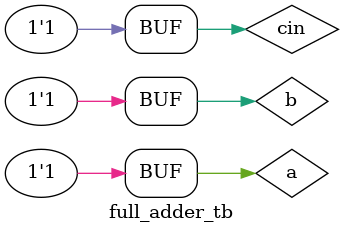
<source format=v>
module full_adder_tb();

  reg a, b, cin;
  wire sum, cout;

  full_adder dut (
    .a(a),
    .b(b),
    .cin(cin),
    .sum(sum),
    .cout(cout)
  );

  initial begin
    $monitor("a=%b b=%b cin=%b sum=%b cout=%b", a, b, cin, sum, cout);
    a = 0; b = 0; cin = 0; #10;
    a = 0; b = 1; cin = 0; #10;
    a = 1; b = 0; cin = 0; #10;
    a = 1; b = 1; cin = 0; #10;
    a = 0; b = 0; cin = 1; #10;
    a = 0; b = 1; cin = 1; #10;
    a = 1; b = 0; cin = 1; #10;
    a = 1; b = 1; cin = 1; #10;
  end

endmodule
</source>
